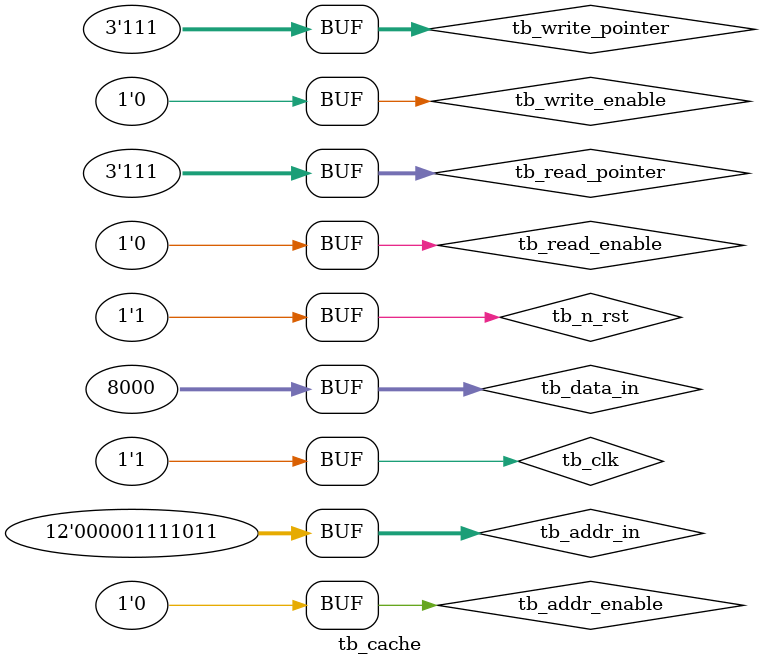
<source format=sv>

`timescale 1ns / 10ps

module tb_cache();
  
  //System Clock Generation 
  localparam CLK_PERIOD = 6.67;
  
  reg tb_clk;
	always
	begin
		tb_clk = 1'b0;
		#(CLK_PERIOD/2.0);
		tb_clk = 1'b1;
		#(CLK_PERIOD/2.0);
	end  

  reg tb_n_rst;
  reg tb_addr_enable;
  reg [11:0]tb_addr_in;
  reg [31:0]tb_data_in;
  reg tb_write_enable;
  reg [2:0]tb_write_pointer;
  reg tb_read_enable;
  reg [2:0]tb_read_pointer;
  reg [11:0]tb_addr_out;
  reg [31:0]tb_data_out;
  
  cache DUT(
  .clk(tb_clk),
  .n_rst(tb_n_rst),
  .addr_enable(tb_addr_enable),
  .addr_in(tb_addr_in),
  .data_in(tb_data_in),
  .write_enable(tb_write_enable),
  .write_pointer(tb_write_pointer),
  .read_enable(tb_read_enable),
  .read_pointer(tb_read_pointer),
  .addr_out(tb_addr_out),
  .data_out(tb_data_out) 
  );
  
  initial
  begin
    
    //Reset States
    tb_n_rst         = 0;
    tb_addr_enable   = 0;
    tb_addr_in       = 0;
    tb_data_in       = 0;
    tb_write_enable  = 0;
    tb_write_pointer = 0;
    tb_read_enable   = 0;
    tb_read_pointer  = 0;
    
    //Initial States
    tb_addr_in = 123;
    tb_data_in = 1000;
    
    //Reset	  
	  tb_n_rst = 1'b0;
    #(CLK_PERIOD * 2.25);
    tb_n_rst = 1'b1;    
    
    //Test Address Register
    #(CLK_PERIOD * 2.25);
    tb_addr_enable = 1'b1;
    #(CLK_PERIOD * 2.25);
    tb_addr_enable = 1'b0;
    
    //Test cache load
    #(CLK_PERIOD);
    tb_write_enable = 1'b1;
    #(CLK_PERIOD);
    tb_write_enable = 1'b0;
    #(CLK_PERIOD);
    
    tb_data_in = 2000;
    tb_write_pointer = 1;
    #(CLK_PERIOD);
    tb_write_enable = 1'b1;
    #(CLK_PERIOD);
    tb_write_enable = 1'b0;
    #(CLK_PERIOD);

    tb_data_in = 3000;
    tb_write_pointer = 2;
    #(CLK_PERIOD);
    tb_write_enable = 1'b1;
    #(CLK_PERIOD);
    tb_write_enable = 1'b0;
    #(CLK_PERIOD);
    
    tb_data_in = 4000;
    tb_write_pointer = 3;
    #(CLK_PERIOD);
    tb_write_enable = 1'b1;
    #(CLK_PERIOD);
    tb_write_enable = 1'b0;
    #(CLK_PERIOD);
    
    tb_data_in = 5000;
    tb_write_pointer = 4;
    #(CLK_PERIOD);
    tb_write_enable = 1'b1;
    #(CLK_PERIOD);
    tb_write_enable = 1'b0;
    #(CLK_PERIOD);
    
    tb_data_in = 6000;
    tb_write_pointer = 5;
    #(CLK_PERIOD);
    tb_write_enable = 1'b1;
    #(CLK_PERIOD);
    tb_write_enable = 1'b0;
    #(CLK_PERIOD);
    
    tb_data_in = 7000;
    tb_write_pointer = 6;
    #(CLK_PERIOD);
    tb_write_enable = 1'b1;
    #(CLK_PERIOD);
    tb_write_enable = 1'b0;
    #(CLK_PERIOD);
    
    tb_data_in = 8000;
    tb_write_pointer = 7;
    #(CLK_PERIOD);
    tb_write_enable = 1'b1;
    #(CLK_PERIOD);
    tb_write_enable = 1'b0;
    #(CLK_PERIOD);
    
    //Test cache output
    tb_read_enable = 1'b1;
    #(CLK_PERIOD);
    tb_read_enable = 1'b0;
    #(CLK_PERIOD);
    
    tb_read_pointer = 1;
    #(CLK_PERIOD);
    tb_read_enable = 1'b1;
    #(CLK_PERIOD);
    tb_read_enable = 1'b0;
    #(CLK_PERIOD);
    
    tb_read_pointer = 2;
    #(CLK_PERIOD);
    tb_read_enable = 1'b1;
    #(CLK_PERIOD);
    tb_read_enable = 1'b0;
    #(CLK_PERIOD);
    
    tb_read_pointer = 3;
    #(CLK_PERIOD);
    tb_read_enable = 1'b1;
    #(CLK_PERIOD);
    tb_read_enable = 1'b0;
    #(CLK_PERIOD);
    
    tb_read_pointer = 4;
    #(CLK_PERIOD);
    tb_read_enable = 1'b1;
    #(CLK_PERIOD);
    tb_read_enable = 1'b0;
    #(CLK_PERIOD);
    
    tb_read_pointer = 5;
    #(CLK_PERIOD);
    tb_read_enable = 1'b1;
    #(CLK_PERIOD);
    tb_read_enable = 1'b0;
    #(CLK_PERIOD);
    
    tb_read_pointer = 6;
    #(CLK_PERIOD);
    tb_read_enable = 1'b1;
    #(CLK_PERIOD);
    tb_read_enable = 1'b0;
    #(CLK_PERIOD);
    
    tb_read_pointer = 7;
    #(CLK_PERIOD);
    tb_read_enable = 1'b1;
    #(CLK_PERIOD);
    tb_read_enable = 1'b0;
    #(CLK_PERIOD);
    
  end
endmodule
           
    
    
    
    
    
    
    
    
    
    
    
    
    
    
    
     

</source>
